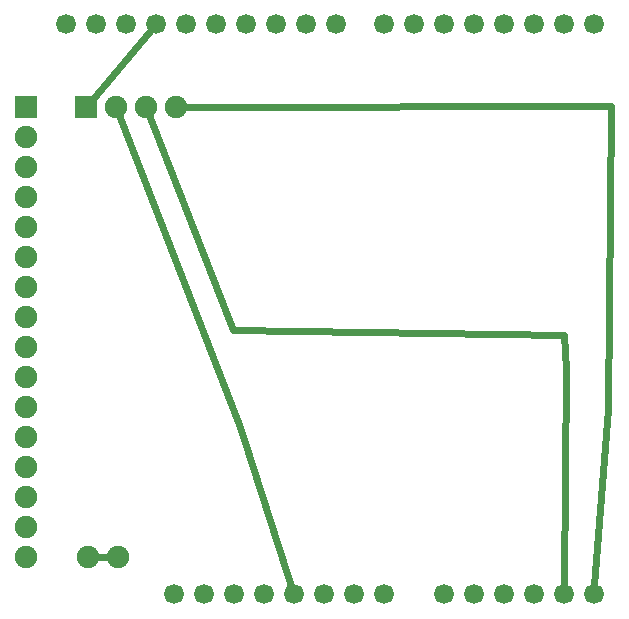
<source format=gbl>
G04 MADE WITH FRITZING*
G04 WWW.FRITZING.ORG*
G04 DOUBLE SIDED*
G04 HOLES PLATED*
G04 CONTOUR ON CENTER OF CONTOUR VECTOR*
%ASAXBY*%
%FSLAX23Y23*%
%MOIN*%
%OFA0B0*%
%SFA1.0B1.0*%
%ADD10C,0.066194*%
%ADD11C,0.066222*%
%ADD12C,0.075000*%
%ADD13C,0.074972*%
%ADD14R,0.075000X0.075014*%
%ADD15R,0.075014X0.075000*%
%ADD16C,0.024000*%
%LNCOPPER0*%
G90*
G70*
G54D10*
X2103Y111D03*
X2203Y111D03*
X2303Y111D03*
X2403Y111D03*
X2503Y111D03*
G54D11*
X1643Y2011D03*
X1543Y2011D03*
X1443Y2011D03*
X1343Y2011D03*
X1243Y2011D03*
X1143Y2011D03*
X1043Y2011D03*
X943Y2011D03*
X843Y2011D03*
X743Y2011D03*
X2503Y2011D03*
X2403Y2011D03*
X2303Y2011D03*
X2203Y2011D03*
X2103Y2011D03*
X2003Y2011D03*
X1903Y2011D03*
X1803Y2011D03*
G54D10*
X1203Y111D03*
X1103Y111D03*
X1303Y111D03*
X1403Y111D03*
X1503Y111D03*
X1603Y111D03*
X1703Y111D03*
X1803Y111D03*
X2003Y111D03*
G54D12*
X819Y237D03*
X919Y237D03*
X819Y237D03*
X919Y237D03*
G54D13*
X612Y1337D03*
G54D12*
X612Y1237D03*
X612Y1137D03*
X612Y637D03*
G54D13*
X612Y1037D03*
G54D12*
X612Y537D03*
X612Y937D03*
X612Y437D03*
X612Y837D03*
X612Y337D03*
X612Y737D03*
X612Y237D03*
X612Y1737D03*
X612Y1637D03*
G54D13*
X612Y1537D03*
G54D12*
X612Y1437D03*
X612Y1737D03*
X612Y1637D03*
G54D13*
X612Y1537D03*
G54D12*
X612Y1437D03*
G54D13*
X612Y1337D03*
G54D12*
X612Y1237D03*
X612Y1137D03*
X612Y637D03*
G54D13*
X612Y1037D03*
G54D12*
X612Y537D03*
X612Y937D03*
X612Y437D03*
X612Y837D03*
X612Y337D03*
X612Y737D03*
X612Y237D03*
X812Y1737D03*
X912Y1737D03*
X1012Y1737D03*
X1112Y1737D03*
X812Y1737D03*
X912Y1737D03*
X1012Y1737D03*
X1112Y1737D03*
G54D14*
X612Y1737D03*
X612Y1737D03*
G54D15*
X812Y1737D03*
X812Y1737D03*
G54D16*
X848Y237D02*
X891Y237D01*
D02*
X1023Y1988D02*
X830Y1759D01*
D02*
X1493Y140D02*
X1326Y670D01*
D02*
X1326Y670D02*
X922Y1710D01*
D02*
X2403Y142D02*
X2411Y861D01*
D02*
X1302Y993D02*
X1022Y1710D01*
D02*
X2411Y861D02*
X2403Y977D01*
D02*
X2403Y977D02*
X1302Y993D01*
D02*
X2552Y728D02*
X2560Y1738D01*
D02*
X2505Y142D02*
X2552Y728D01*
D02*
X2560Y1738D02*
X1141Y1737D01*
G04 End of Copper0*
M02*
</source>
